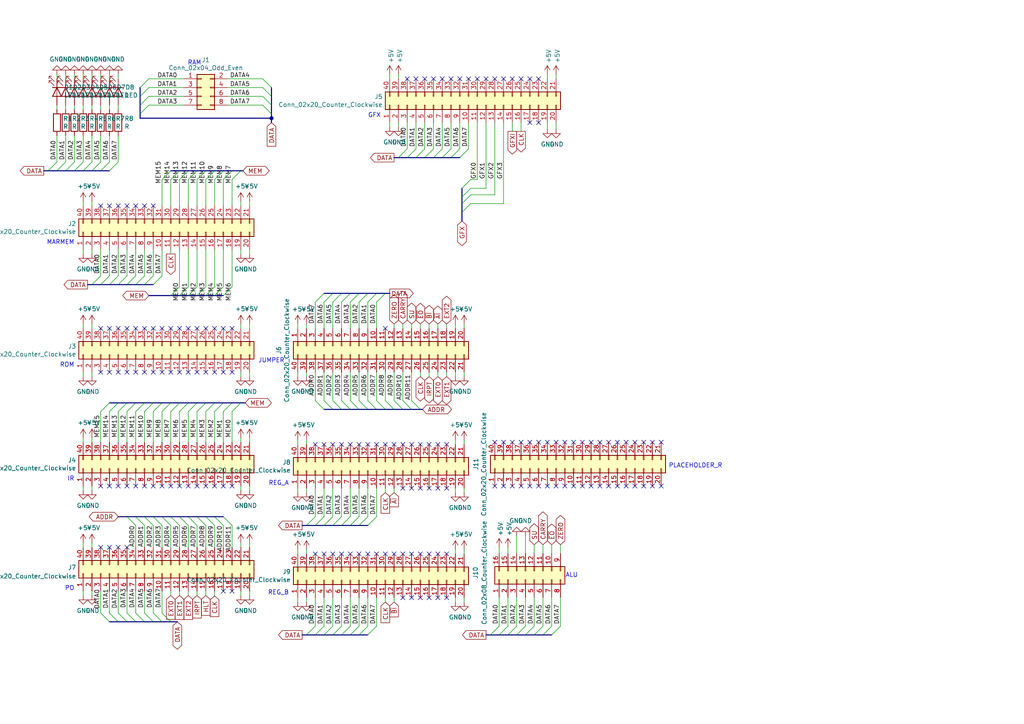
<source format=kicad_sch>
(kicad_sch (version 20201015) (generator eeschema)
  (paper "A4")
  (title_block (title "Data Bus") (rev "1.0") (company "Wilhelm-Maybach-Schule") (comment 1 "Kevin da Silva Fernandes"))
  (junction (at 78.74 34.29) (diameter 1.016))
  (no_connect (at 44.45 140.97))
  (no_connect (at 148.59 22.86))
  (no_connect (at 54.61 107.95))
  (no_connect (at 168.91 128.27))
  (no_connect (at 41.91 95.25))
  (no_connect (at 123.19 22.86))
  (no_connect (at 153.67 128.27))
  (no_connect (at 166.37 128.27))
  (no_connect (at 96.52 128.905))
  (no_connect (at 109.22 160.655))
  (no_connect (at 64.77 95.25))
  (no_connect (at 179.07 128.27))
  (no_connect (at 163.83 128.27))
  (no_connect (at 36.83 95.25))
  (no_connect (at 64.77 107.95))
  (no_connect (at 124.46 173.355))
  (no_connect (at 36.83 107.95))
  (no_connect (at 36.83 158.75))
  (no_connect (at 151.13 22.86))
  (no_connect (at 151.13 128.27))
  (no_connect (at 121.92 141.605))
  (no_connect (at 52.07 95.25))
  (no_connect (at 148.59 140.97))
  (no_connect (at 146.05 22.86))
  (no_connect (at 186.69 128.27))
  (no_connect (at 127 141.605))
  (no_connect (at 184.15 128.27))
  (no_connect (at 67.31 140.97))
  (no_connect (at 99.06 160.655))
  (no_connect (at 168.91 140.97))
  (no_connect (at 156.21 35.56))
  (no_connect (at 116.84 141.605))
  (no_connect (at 146.05 140.97))
  (no_connect (at 119.38 173.355))
  (no_connect (at 143.51 128.27))
  (no_connect (at 127 173.355))
  (no_connect (at 143.51 22.86))
  (no_connect (at 121.92 128.905))
  (no_connect (at 129.54 141.605))
  (no_connect (at 67.31 107.95))
  (no_connect (at 96.52 160.655))
  (no_connect (at 106.68 160.655))
  (no_connect (at 161.29 128.27))
  (no_connect (at 163.83 140.97))
  (no_connect (at 191.77 140.97))
  (no_connect (at 29.21 140.97))
  (no_connect (at 138.43 22.86))
  (no_connect (at 153.67 35.56))
  (no_connect (at 41.91 140.97))
  (no_connect (at 156.21 22.86))
  (no_connect (at 121.92 160.655))
  (no_connect (at 176.53 128.27))
  (no_connect (at 140.97 22.86))
  (no_connect (at 34.29 158.75))
  (no_connect (at 104.14 160.655))
  (no_connect (at 129.54 173.355))
  (no_connect (at 176.53 140.97))
  (no_connect (at 111.76 128.905))
  (no_connect (at 46.99 95.25))
  (no_connect (at 34.29 107.95))
  (no_connect (at 129.54 160.655))
  (no_connect (at 191.77 128.27))
  (no_connect (at 57.15 95.25))
  (no_connect (at 166.37 140.97))
  (no_connect (at 62.23 95.25))
  (no_connect (at 124.46 160.655))
  (no_connect (at 161.29 140.97))
  (no_connect (at 59.69 140.97))
  (no_connect (at 49.53 140.97))
  (no_connect (at 67.31 95.25))
  (no_connect (at 64.77 171.45))
  (no_connect (at 34.29 59.69))
  (no_connect (at 49.53 95.25))
  (no_connect (at 171.45 140.97))
  (no_connect (at 173.99 128.27))
  (no_connect (at 41.91 107.95))
  (no_connect (at 124.46 128.905))
  (no_connect (at 116.84 160.655))
  (no_connect (at 181.61 128.27))
  (no_connect (at 57.15 107.95))
  (no_connect (at 119.38 141.605))
  (no_connect (at 158.75 128.27))
  (no_connect (at 93.98 128.905))
  (no_connect (at 119.38 160.655))
  (no_connect (at 34.29 95.25))
  (no_connect (at 111.76 95.25))
  (no_connect (at 54.61 140.97))
  (no_connect (at 91.44 160.655))
  (no_connect (at 39.37 107.95))
  (no_connect (at 59.69 95.25))
  (no_connect (at 34.29 140.97))
  (no_connect (at 36.83 140.97))
  (no_connect (at 116.84 173.355))
  (no_connect (at 91.44 128.905))
  (no_connect (at 101.6 160.655))
  (no_connect (at 184.15 140.97))
  (no_connect (at 52.07 107.95))
  (no_connect (at 44.45 107.95))
  (no_connect (at 114.3 128.905))
  (no_connect (at 54.61 95.25))
  (no_connect (at 64.77 140.97))
  (no_connect (at 120.65 22.86))
  (no_connect (at 44.45 59.69))
  (no_connect (at 114.3 160.655))
  (no_connect (at 41.91 59.69))
  (no_connect (at 171.45 128.27))
  (no_connect (at 62.23 140.97))
  (no_connect (at 59.69 107.95))
  (no_connect (at 46.99 140.97))
  (no_connect (at 116.84 128.905))
  (no_connect (at 106.68 128.905))
  (no_connect (at 151.13 140.97))
  (no_connect (at 156.21 128.27))
  (no_connect (at 31.75 59.69))
  (no_connect (at 127 160.655))
  (no_connect (at 128.27 22.86))
  (no_connect (at 29.21 158.75))
  (no_connect (at 118.11 22.86))
  (no_connect (at 49.53 107.95))
  (no_connect (at 52.07 140.97))
  (no_connect (at 124.46 141.605))
  (no_connect (at 99.06 128.905))
  (no_connect (at 143.51 140.97))
  (no_connect (at 146.05 128.27))
  (no_connect (at 125.73 22.86))
  (no_connect (at 121.92 173.355))
  (no_connect (at 31.75 158.75))
  (no_connect (at 130.81 22.86))
  (no_connect (at 186.69 140.97))
  (no_connect (at 44.45 95.25))
  (no_connect (at 62.23 107.95))
  (no_connect (at 46.99 107.95))
  (no_connect (at 119.38 128.905))
  (no_connect (at 29.21 95.25))
  (no_connect (at 189.23 128.27))
  (no_connect (at 148.59 128.27))
  (no_connect (at 189.23 140.97))
  (no_connect (at 135.89 22.86))
  (no_connect (at 93.98 160.655))
  (no_connect (at 181.61 140.97))
  (no_connect (at 109.22 128.905))
  (no_connect (at 179.07 140.97))
  (no_connect (at 101.6 128.905))
  (no_connect (at 31.75 95.25))
  (no_connect (at 31.75 140.97))
  (no_connect (at 158.75 140.97))
  (no_connect (at 111.76 160.655))
  (no_connect (at 173.99 140.97))
  (no_connect (at 39.37 59.69))
  (no_connect (at 57.15 140.97))
  (no_connect (at 127 128.905))
  (no_connect (at 29.21 59.69))
  (no_connect (at 153.67 140.97))
  (no_connect (at 31.75 107.95))
  (no_connect (at 39.37 140.97))
  (no_connect (at 36.83 59.69))
  (no_connect (at 104.14 128.905))
  (no_connect (at 39.37 95.25))
  (no_connect (at 67.31 171.45))
  (no_connect (at 153.67 22.86))
  (no_connect (at 156.21 140.97))
  (no_connect (at 133.35 22.86))
  (no_connect (at 129.54 128.905))
  (no_connect (at 29.21 107.95))
  (bus_entry (at 16.51 46.99) (size -2.54 2.54) (stroke (width 0.1524)))
  (bus_entry (at 19.05 46.99) (size -2.54 2.54) (stroke (width 0.1524)))
  (bus_entry (at 21.59 46.99) (size -2.54 2.54) (stroke (width 0.1524)))
  (bus_entry (at 24.13 46.99) (size -2.54 2.54) (stroke (width 0.1524)))
  (bus_entry (at 26.67 46.99) (size -2.54 2.54) (stroke (width 0.1524)))
  (bus_entry (at 29.21 46.99) (size -2.54 2.54) (stroke (width 0.1524)))
  (bus_entry (at 29.21 80.01) (size -2.54 2.54) (stroke (width 0.1524)))
  (bus_entry (at 29.21 177.8) (size 2.54 2.54) (stroke (width 0.1524)))
  (bus_entry (at 31.75 46.99) (size -2.54 2.54) (stroke (width 0.1524)))
  (bus_entry (at 31.75 80.01) (size -2.54 2.54) (stroke (width 0.1524)))
  (bus_entry (at 31.75 116.84) (size -2.54 2.54) (stroke (width 0.1524)))
  (bus_entry (at 31.75 177.8) (size 2.54 2.54) (stroke (width 0.1524)))
  (bus_entry (at 34.29 46.99) (size -2.54 2.54) (stroke (width 0.1524)))
  (bus_entry (at 34.29 80.01) (size -2.54 2.54) (stroke (width 0.1524)))
  (bus_entry (at 34.29 116.84) (size -2.54 2.54) (stroke (width 0.1524)))
  (bus_entry (at 34.29 177.8) (size 2.54 2.54) (stroke (width 0.1524)))
  (bus_entry (at 36.83 80.01) (size -2.54 2.54) (stroke (width 0.1524)))
  (bus_entry (at 36.83 116.84) (size -2.54 2.54) (stroke (width 0.1524)))
  (bus_entry (at 36.83 177.8) (size 2.54 2.54) (stroke (width 0.1524)))
  (bus_entry (at 39.37 80.01) (size -2.54 2.54) (stroke (width 0.1524)))
  (bus_entry (at 39.37 116.84) (size -2.54 2.54) (stroke (width 0.1524)))
  (bus_entry (at 39.37 152.4) (size -2.54 -2.54) (stroke (width 0.1524)))
  (bus_entry (at 39.37 177.8) (size 2.54 2.54) (stroke (width 0.1524)))
  (bus_entry (at 40.64 25.4) (size 2.54 -2.54) (stroke (width 0.1524)))
  (bus_entry (at 40.64 27.94) (size 2.54 -2.54) (stroke (width 0.1524)))
  (bus_entry (at 40.64 30.48) (size 2.54 -2.54) (stroke (width 0.1524)))
  (bus_entry (at 40.64 33.02) (size 2.54 -2.54) (stroke (width 0.1524)))
  (bus_entry (at 41.91 80.01) (size -2.54 2.54) (stroke (width 0.1524)))
  (bus_entry (at 41.91 116.84) (size -2.54 2.54) (stroke (width 0.1524)))
  (bus_entry (at 41.91 152.4) (size -2.54 -2.54) (stroke (width 0.1524)))
  (bus_entry (at 41.91 177.8) (size 2.54 2.54) (stroke (width 0.1524)))
  (bus_entry (at 44.45 80.01) (size -2.54 2.54) (stroke (width 0.1524)))
  (bus_entry (at 44.45 116.84) (size -2.54 2.54) (stroke (width 0.1524)))
  (bus_entry (at 44.45 152.4) (size -2.54 -2.54) (stroke (width 0.1524)))
  (bus_entry (at 44.45 177.8) (size 2.54 2.54) (stroke (width 0.1524)))
  (bus_entry (at 46.99 52.07) (size 2.54 -2.54) (stroke (width 0.1524)))
  (bus_entry (at 46.99 80.01) (size -2.54 2.54) (stroke (width 0.1524)))
  (bus_entry (at 46.99 116.84) (size -2.54 2.54) (stroke (width 0.1524)))
  (bus_entry (at 46.99 152.4) (size -2.54 -2.54) (stroke (width 0.1524)))
  (bus_entry (at 46.99 177.8) (size 2.54 2.54) (stroke (width 0.1524)))
  (bus_entry (at 49.53 52.07) (size 2.54 -2.54) (stroke (width 0.1524)))
  (bus_entry (at 49.53 116.84) (size -2.54 2.54) (stroke (width 0.1524)))
  (bus_entry (at 49.53 152.4) (size -2.54 -2.54) (stroke (width 0.1524)))
  (bus_entry (at 52.07 52.07) (size 2.54 -2.54) (stroke (width 0.1524)))
  (bus_entry (at 52.07 83.185) (size -2.54 2.54) (stroke (width 0.1524)))
  (bus_entry (at 52.07 116.84) (size -2.54 2.54) (stroke (width 0.1524)))
  (bus_entry (at 52.07 152.4) (size -2.54 -2.54) (stroke (width 0.1524)))
  (bus_entry (at 54.61 52.07) (size 2.54 -2.54) (stroke (width 0.1524)))
  (bus_entry (at 54.61 83.185) (size -2.54 2.54) (stroke (width 0.1524)))
  (bus_entry (at 54.61 116.84) (size -2.54 2.54) (stroke (width 0.1524)))
  (bus_entry (at 54.61 152.4) (size -2.54 -2.54) (stroke (width 0.1524)))
  (bus_entry (at 57.15 52.07) (size 2.54 -2.54) (stroke (width 0.1524)))
  (bus_entry (at 57.15 83.185) (size -2.54 2.54) (stroke (width 0.1524)))
  (bus_entry (at 57.15 116.84) (size -2.54 2.54) (stroke (width 0.1524)))
  (bus_entry (at 57.15 152.4) (size -2.54 -2.54) (stroke (width 0.1524)))
  (bus_entry (at 59.69 52.07) (size 2.54 -2.54) (stroke (width 0.1524)))
  (bus_entry (at 59.69 83.185) (size -2.54 2.54) (stroke (width 0.1524)))
  (bus_entry (at 59.69 116.84) (size -2.54 2.54) (stroke (width 0.1524)))
  (bus_entry (at 59.69 152.4) (size -2.54 -2.54) (stroke (width 0.1524)))
  (bus_entry (at 62.23 52.07) (size 2.54 -2.54) (stroke (width 0.1524)))
  (bus_entry (at 62.23 83.185) (size -2.54 2.54) (stroke (width 0.1524)))
  (bus_entry (at 62.23 116.84) (size -2.54 2.54) (stroke (width 0.1524)))
  (bus_entry (at 62.23 152.4) (size -2.54 -2.54) (stroke (width 0.1524)))
  (bus_entry (at 64.77 52.07) (size 2.54 -2.54) (stroke (width 0.1524)))
  (bus_entry (at 64.77 83.185) (size -2.54 2.54) (stroke (width 0.1524)))
  (bus_entry (at 64.77 116.84) (size -2.54 2.54) (stroke (width 0.1524)))
  (bus_entry (at 64.77 152.4) (size -2.54 -2.54) (stroke (width 0.1524)))
  (bus_entry (at 67.31 52.07) (size 2.54 -2.54) (stroke (width 0.1524)))
  (bus_entry (at 67.31 83.185) (size -2.54 2.54) (stroke (width 0.1524)))
  (bus_entry (at 67.31 116.84) (size -2.54 2.54) (stroke (width 0.1524)))
  (bus_entry (at 67.31 152.4) (size -2.54 -2.54) (stroke (width 0.1524)))
  (bus_entry (at 69.85 116.84) (size -2.54 2.54) (stroke (width 0.1524)))
  (bus_entry (at 76.2 22.86) (size 2.54 2.54) (stroke (width 0.1524)))
  (bus_entry (at 76.2 25.4) (size 2.54 2.54) (stroke (width 0.1524)))
  (bus_entry (at 76.2 27.94) (size 2.54 2.54) (stroke (width 0.1524)))
  (bus_entry (at 76.2 30.48) (size 2.54 2.54) (stroke (width 0.1524)))
  (bus_entry (at 91.44 116.205) (size 2.54 2.54) (stroke (width 0.1524)))
  (bus_entry (at 91.44 149.86) (size -2.54 2.54) (stroke (width 0.1524)))
  (bus_entry (at 91.44 181.61) (size -2.54 2.54) (stroke (width 0.1524)))
  (bus_entry (at 93.98 85.09) (size -2.54 2.54) (stroke (width 0.1524)))
  (bus_entry (at 93.98 116.205) (size 2.54 2.54) (stroke (width 0.1524)))
  (bus_entry (at 93.98 149.86) (size -2.54 2.54) (stroke (width 0.1524)))
  (bus_entry (at 93.98 181.61) (size -2.54 2.54) (stroke (width 0.1524)))
  (bus_entry (at 96.52 85.09) (size -2.54 2.54) (stroke (width 0.1524)))
  (bus_entry (at 96.52 116.205) (size 2.54 2.54) (stroke (width 0.1524)))
  (bus_entry (at 96.52 149.86) (size -2.54 2.54) (stroke (width 0.1524)))
  (bus_entry (at 96.52 181.61) (size -2.54 2.54) (stroke (width 0.1524)))
  (bus_entry (at 99.06 85.09) (size -2.54 2.54) (stroke (width 0.1524)))
  (bus_entry (at 99.06 116.205) (size 2.54 2.54) (stroke (width 0.1524)))
  (bus_entry (at 99.06 149.86) (size -2.54 2.54) (stroke (width 0.1524)))
  (bus_entry (at 99.06 181.61) (size -2.54 2.54) (stroke (width 0.1524)))
  (bus_entry (at 101.6 85.09) (size -2.54 2.54) (stroke (width 0.1524)))
  (bus_entry (at 101.6 116.205) (size 2.54 2.54) (stroke (width 0.1524)))
  (bus_entry (at 101.6 149.86) (size -2.54 2.54) (stroke (width 0.1524)))
  (bus_entry (at 101.6 181.61) (size -2.54 2.54) (stroke (width 0.1524)))
  (bus_entry (at 104.14 85.09) (size -2.54 2.54) (stroke (width 0.1524)))
  (bus_entry (at 104.14 116.205) (size 2.54 2.54) (stroke (width 0.1524)))
  (bus_entry (at 104.14 149.86) (size -2.54 2.54) (stroke (width 0.1524)))
  (bus_entry (at 104.14 181.61) (size -2.54 2.54) (stroke (width 0.1524)))
  (bus_entry (at 106.68 85.09) (size -2.54 2.54) (stroke (width 0.1524)))
  (bus_entry (at 106.68 116.205) (size 2.54 2.54) (stroke (width 0.1524)))
  (bus_entry (at 106.68 149.86) (size -2.54 2.54) (stroke (width 0.1524)))
  (bus_entry (at 106.68 181.61) (size -2.54 2.54) (stroke (width 0.1524)))
  (bus_entry (at 109.22 85.09) (size -2.54 2.54) (stroke (width 0.1524)))
  (bus_entry (at 109.22 116.205) (size 2.54 2.54) (stroke (width 0.1524)))
  (bus_entry (at 109.22 149.86) (size -2.54 2.54) (stroke (width 0.1524)))
  (bus_entry (at 109.22 181.61) (size -2.54 2.54) (stroke (width 0.1524)))
  (bus_entry (at 111.76 85.09) (size -2.54 2.54) (stroke (width 0.1524)))
  (bus_entry (at 111.76 116.205) (size 2.54 2.54) (stroke (width 0.1524)))
  (bus_entry (at 114.3 116.205) (size 2.54 2.54) (stroke (width 0.1524)))
  (bus_entry (at 116.84 116.205) (size 2.54 2.54) (stroke (width 0.1524)))
  (bus_entry (at 118.11 43.18) (size -2.54 2.54) (stroke (width 0.1524)))
  (bus_entry (at 119.38 116.205) (size 2.54 2.54) (stroke (width 0.1524)))
  (bus_entry (at 120.65 43.18) (size -2.54 2.54) (stroke (width 0.1524)))
  (bus_entry (at 123.19 43.18) (size -2.54 2.54) (stroke (width 0.1524)))
  (bus_entry (at 125.73 43.18) (size -2.54 2.54) (stroke (width 0.1524)))
  (bus_entry (at 128.27 43.18) (size -2.54 2.54) (stroke (width 0.1524)))
  (bus_entry (at 130.81 43.18) (size -2.54 2.54) (stroke (width 0.1524)))
  (bus_entry (at 133.35 43.18) (size -2.54 2.54) (stroke (width 0.1524)))
  (bus_entry (at 133.985 54.61) (size 2.54 -2.54) (stroke (width 0.1524)))
  (bus_entry (at 133.985 57.15) (size 2.54 -2.54) (stroke (width 0.1524)))
  (bus_entry (at 133.985 59.055) (size 2.54 -2.54) (stroke (width 0.1524)))
  (bus_entry (at 133.985 61.595) (size 2.54 -2.54) (stroke (width 0.1524)))
  (bus_entry (at 135.89 43.18) (size -2.54 2.54) (stroke (width 0.1524)))
  (bus_entry (at 144.78 181.61) (size -2.54 2.54) (stroke (width 0.1524)))
  (bus_entry (at 147.32 181.61) (size -2.54 2.54) (stroke (width 0.1524)))
  (bus_entry (at 149.86 181.61) (size -2.54 2.54) (stroke (width 0.1524)))
  (bus_entry (at 152.4 181.61) (size -2.54 2.54) (stroke (width 0.1524)))
  (bus_entry (at 154.94 181.61) (size -2.54 2.54) (stroke (width 0.1524)))
  (bus_entry (at 157.48 181.61) (size -2.54 2.54) (stroke (width 0.1524)))
  (bus_entry (at 160.02 181.61) (size -2.54 2.54) (stroke (width 0.1524)))
  (bus_entry (at 162.56 181.61) (size -2.54 2.54) (stroke (width 0.1524)))
  (wire (pts (xy 16.51 22.86) (xy 16.51 21.59)))
  (wire (pts (xy 16.51 30.48) (xy 16.51 31.75)))
  (wire (pts (xy 16.51 39.37) (xy 16.51 46.99)))
  (wire (pts (xy 19.05 22.86) (xy 19.05 21.59)))
  (wire (pts (xy 19.05 30.48) (xy 19.05 31.75)))
  (wire (pts (xy 19.05 39.37) (xy 19.05 46.99)))
  (wire (pts (xy 21.59 22.86) (xy 21.59 21.59)))
  (wire (pts (xy 21.59 30.48) (xy 21.59 31.75)))
  (wire (pts (xy 21.59 39.37) (xy 21.59 46.99)))
  (wire (pts (xy 24.13 22.86) (xy 24.13 21.59)))
  (wire (pts (xy 24.13 30.48) (xy 24.13 31.75)))
  (wire (pts (xy 24.13 39.37) (xy 24.13 46.99)))
  (wire (pts (xy 24.13 58.42) (xy 24.13 59.69)))
  (wire (pts (xy 24.13 72.39) (xy 24.13 73.66)))
  (wire (pts (xy 24.13 93.98) (xy 24.13 95.25)))
  (wire (pts (xy 24.13 107.95) (xy 24.13 109.22)))
  (wire (pts (xy 24.13 127) (xy 24.13 128.27)))
  (wire (pts (xy 24.13 140.97) (xy 24.13 142.24)))
  (wire (pts (xy 24.13 157.48) (xy 24.13 158.75)))
  (wire (pts (xy 24.13 171.45) (xy 24.13 172.72)))
  (wire (pts (xy 26.67 22.86) (xy 26.67 21.59)))
  (wire (pts (xy 26.67 30.48) (xy 26.67 31.75)))
  (wire (pts (xy 26.67 39.37) (xy 26.67 46.99)))
  (wire (pts (xy 26.67 58.42) (xy 26.67 59.69)))
  (wire (pts (xy 26.67 72.39) (xy 26.67 73.66)))
  (wire (pts (xy 26.67 93.98) (xy 26.67 95.25)))
  (wire (pts (xy 26.67 107.95) (xy 26.67 109.22)))
  (wire (pts (xy 26.67 127) (xy 26.67 128.27)))
  (wire (pts (xy 26.67 140.97) (xy 26.67 142.24)))
  (wire (pts (xy 26.67 157.48) (xy 26.67 158.75)))
  (wire (pts (xy 26.67 171.45) (xy 26.67 172.72)))
  (wire (pts (xy 29.21 22.86) (xy 29.21 21.59)))
  (wire (pts (xy 29.21 30.48) (xy 29.21 31.75)))
  (wire (pts (xy 29.21 39.37) (xy 29.21 46.99)))
  (wire (pts (xy 29.21 72.39) (xy 29.21 80.01)))
  (wire (pts (xy 29.21 128.27) (xy 29.21 119.38)))
  (wire (pts (xy 29.21 171.45) (xy 29.21 177.8)))
  (wire (pts (xy 31.75 22.86) (xy 31.75 21.59)))
  (wire (pts (xy 31.75 30.48) (xy 31.75 31.75)))
  (wire (pts (xy 31.75 39.37) (xy 31.75 46.99)))
  (wire (pts (xy 31.75 72.39) (xy 31.75 80.01)))
  (wire (pts (xy 31.75 128.27) (xy 31.75 119.38)))
  (wire (pts (xy 31.75 171.45) (xy 31.75 177.8)))
  (wire (pts (xy 34.29 22.86) (xy 34.29 21.59)))
  (wire (pts (xy 34.29 30.48) (xy 34.29 31.75)))
  (wire (pts (xy 34.29 39.37) (xy 34.29 46.99)))
  (wire (pts (xy 34.29 72.39) (xy 34.29 80.01)))
  (wire (pts (xy 34.29 128.27) (xy 34.29 119.38)))
  (wire (pts (xy 34.29 171.45) (xy 34.29 177.8)))
  (wire (pts (xy 36.83 72.39) (xy 36.83 80.01)))
  (wire (pts (xy 36.83 128.27) (xy 36.83 119.38)))
  (wire (pts (xy 36.83 171.45) (xy 36.83 177.8)))
  (wire (pts (xy 39.37 72.39) (xy 39.37 80.01)))
  (wire (pts (xy 39.37 128.27) (xy 39.37 119.38)))
  (wire (pts (xy 39.37 158.75) (xy 39.37 152.4)))
  (wire (pts (xy 39.37 171.45) (xy 39.37 177.8)))
  (wire (pts (xy 41.91 72.39) (xy 41.91 80.01)))
  (wire (pts (xy 41.91 128.27) (xy 41.91 119.38)))
  (wire (pts (xy 41.91 158.75) (xy 41.91 152.4)))
  (wire (pts (xy 41.91 171.45) (xy 41.91 177.8)))
  (wire (pts (xy 43.18 22.86) (xy 53.34 22.86)))
  (wire (pts (xy 43.18 25.4) (xy 53.34 25.4)))
  (wire (pts (xy 43.18 27.94) (xy 53.34 27.94)))
  (wire (pts (xy 43.18 30.48) (xy 53.34 30.48)))
  (wire (pts (xy 44.45 72.39) (xy 44.45 80.01)))
  (wire (pts (xy 44.45 128.27) (xy 44.45 119.38)))
  (wire (pts (xy 44.45 158.75) (xy 44.45 152.4)))
  (wire (pts (xy 44.45 171.45) (xy 44.45 177.8)))
  (wire (pts (xy 46.99 59.69) (xy 46.99 52.07)))
  (wire (pts (xy 46.99 72.39) (xy 46.99 80.01)))
  (wire (pts (xy 46.99 128.27) (xy 46.99 119.38)))
  (wire (pts (xy 46.99 158.75) (xy 46.99 152.4)))
  (wire (pts (xy 46.99 171.45) (xy 46.99 177.8)))
  (wire (pts (xy 49.53 59.69) (xy 49.53 52.07)))
  (wire (pts (xy 49.53 72.39) (xy 49.53 73.66)))
  (wire (pts (xy 49.53 128.27) (xy 49.53 119.38)))
  (wire (pts (xy 49.53 158.75) (xy 49.53 152.4)))
  (wire (pts (xy 49.53 171.45) (xy 49.53 172.72)))
  (wire (pts (xy 52.07 59.69) (xy 52.07 52.07)))
  (wire (pts (xy 52.07 72.39) (xy 52.07 83.185)))
  (wire (pts (xy 52.07 128.27) (xy 52.07 119.38)))
  (wire (pts (xy 52.07 158.75) (xy 52.07 152.4)))
  (wire (pts (xy 52.07 171.45) (xy 52.07 172.72)))
  (wire (pts (xy 54.61 59.69) (xy 54.61 52.07)))
  (wire (pts (xy 54.61 72.39) (xy 54.61 83.185)))
  (wire (pts (xy 54.61 128.27) (xy 54.61 119.38)))
  (wire (pts (xy 54.61 158.75) (xy 54.61 152.4)))
  (wire (pts (xy 54.61 171.45) (xy 54.61 172.72)))
  (wire (pts (xy 57.15 59.69) (xy 57.15 52.07)))
  (wire (pts (xy 57.15 72.39) (xy 57.15 83.185)))
  (wire (pts (xy 57.15 128.27) (xy 57.15 119.38)))
  (wire (pts (xy 57.15 158.75) (xy 57.15 152.4)))
  (wire (pts (xy 57.15 171.45) (xy 57.15 172.72)))
  (wire (pts (xy 59.69 59.69) (xy 59.69 52.07)))
  (wire (pts (xy 59.69 72.39) (xy 59.69 83.185)))
  (wire (pts (xy 59.69 128.27) (xy 59.69 119.38)))
  (wire (pts (xy 59.69 158.75) (xy 59.69 152.4)))
  (wire (pts (xy 59.69 171.45) (xy 59.69 172.72)))
  (wire (pts (xy 62.23 59.69) (xy 62.23 52.07)))
  (wire (pts (xy 62.23 72.39) (xy 62.23 83.185)))
  (wire (pts (xy 62.23 128.27) (xy 62.23 119.38)))
  (wire (pts (xy 62.23 158.75) (xy 62.23 152.4)))
  (wire (pts (xy 62.23 171.45) (xy 62.23 172.847)))
  (wire (pts (xy 64.77 59.69) (xy 64.77 52.07)))
  (wire (pts (xy 64.77 72.39) (xy 64.77 83.185)))
  (wire (pts (xy 64.77 128.27) (xy 64.77 119.38)))
  (wire (pts (xy 64.77 158.75) (xy 64.77 152.4)))
  (wire (pts (xy 66.04 22.86) (xy 76.2 22.86)))
  (wire (pts (xy 66.04 25.4) (xy 76.2 25.4)))
  (wire (pts (xy 66.04 27.94) (xy 76.2 27.94)))
  (wire (pts (xy 66.04 30.48) (xy 76.2 30.48)))
  (wire (pts (xy 67.31 59.69) (xy 67.31 52.07)))
  (wire (pts (xy 67.31 72.39) (xy 67.31 83.185)))
  (wire (pts (xy 67.31 128.27) (xy 67.31 119.38)))
  (wire (pts (xy 67.31 158.75) (xy 67.31 152.4)))
  (wire (pts (xy 69.85 58.42) (xy 69.85 59.69)))
  (wire (pts (xy 69.85 72.39) (xy 69.85 73.66)))
  (wire (pts (xy 69.85 93.98) (xy 69.85 95.25)))
  (wire (pts (xy 69.85 107.95) (xy 69.85 109.22)))
  (wire (pts (xy 69.85 127) (xy 69.85 128.27)))
  (wire (pts (xy 69.85 140.97) (xy 69.85 142.24)))
  (wire (pts (xy 69.85 157.48) (xy 69.85 158.75)))
  (wire (pts (xy 69.85 171.45) (xy 69.85 172.72)))
  (wire (pts (xy 72.39 58.42) (xy 72.39 59.69)))
  (wire (pts (xy 72.39 72.39) (xy 72.39 73.66)))
  (wire (pts (xy 72.39 93.98) (xy 72.39 95.25)))
  (wire (pts (xy 72.39 107.95) (xy 72.39 109.22)))
  (wire (pts (xy 72.39 127) (xy 72.39 128.27)))
  (wire (pts (xy 72.39 140.97) (xy 72.39 142.24)))
  (wire (pts (xy 72.39 157.48) (xy 72.39 158.75)))
  (wire (pts (xy 72.39 171.45) (xy 72.39 172.72)))
  (wire (pts (xy 86.36 93.98) (xy 86.36 95.25)))
  (wire (pts (xy 86.36 107.95) (xy 86.36 109.22)))
  (wire (pts (xy 86.36 127.635) (xy 86.36 128.905)))
  (wire (pts (xy 86.36 141.605) (xy 86.36 142.875)))
  (wire (pts (xy 86.36 159.385) (xy 86.36 160.655)))
  (wire (pts (xy 86.36 173.355) (xy 86.36 174.625)))
  (wire (pts (xy 88.9 93.98) (xy 88.9 95.25)))
  (wire (pts (xy 88.9 107.95) (xy 88.9 109.22)))
  (wire (pts (xy 88.9 127.635) (xy 88.9 128.905)))
  (wire (pts (xy 88.9 141.605) (xy 88.9 142.875)))
  (wire (pts (xy 88.9 159.385) (xy 88.9 160.655)))
  (wire (pts (xy 88.9 173.355) (xy 88.9 174.625)))
  (wire (pts (xy 91.44 95.25) (xy 91.44 87.63)))
  (wire (pts (xy 91.44 107.95) (xy 91.44 116.205)))
  (wire (pts (xy 91.44 141.605) (xy 91.44 149.86)))
  (wire (pts (xy 91.44 173.355) (xy 91.44 181.61)))
  (wire (pts (xy 93.98 87.63) (xy 93.98 95.25)))
  (wire (pts (xy 93.98 107.95) (xy 93.98 116.205)))
  (wire (pts (xy 93.98 141.605) (xy 93.98 149.86)))
  (wire (pts (xy 93.98 173.355) (xy 93.98 181.61)))
  (wire (pts (xy 96.52 87.63) (xy 96.52 95.25)))
  (wire (pts (xy 96.52 107.95) (xy 96.52 116.205)))
  (wire (pts (xy 96.52 141.605) (xy 96.52 149.86)))
  (wire (pts (xy 96.52 173.355) (xy 96.52 181.61)))
  (wire (pts (xy 99.06 95.25) (xy 99.06 87.63)))
  (wire (pts (xy 99.06 107.95) (xy 99.06 116.205)))
  (wire (pts (xy 99.06 141.605) (xy 99.06 149.86)))
  (wire (pts (xy 99.06 173.355) (xy 99.06 181.61)))
  (wire (pts (xy 101.6 87.63) (xy 101.6 95.25)))
  (wire (pts (xy 101.6 107.95) (xy 101.6 116.205)))
  (wire (pts (xy 101.6 141.605) (xy 101.6 149.86)))
  (wire (pts (xy 101.6 173.355) (xy 101.6 181.61)))
  (wire (pts (xy 104.14 95.25) (xy 104.14 87.63)))
  (wire (pts (xy 104.14 107.95) (xy 104.14 116.205)))
  (wire (pts (xy 104.14 141.605) (xy 104.14 149.86)))
  (wire (pts (xy 104.14 173.355) (xy 104.14 181.61)))
  (wire (pts (xy 106.68 87.63) (xy 106.68 95.25)))
  (wire (pts (xy 106.68 107.95) (xy 106.68 116.205)))
  (wire (pts (xy 106.68 141.605) (xy 106.68 149.86)))
  (wire (pts (xy 106.68 173.355) (xy 106.68 181.61)))
  (wire (pts (xy 109.22 95.25) (xy 109.22 87.63)))
  (wire (pts (xy 109.22 107.95) (xy 109.22 116.205)))
  (wire (pts (xy 109.22 141.605) (xy 109.22 149.86)))
  (wire (pts (xy 109.22 173.355) (xy 109.22 181.61)))
  (wire (pts (xy 111.76 107.95) (xy 111.76 116.205)))
  (wire (pts (xy 111.76 141.605) (xy 111.76 142.875)))
  (wire (pts (xy 111.76 173.355) (xy 111.76 174.625)))
  (wire (pts (xy 113.03 21.59) (xy 113.03 22.86)))
  (wire (pts (xy 113.03 35.56) (xy 113.03 36.83)))
  (wire (pts (xy 114.3 93.98) (xy 114.3 95.25)))
  (wire (pts (xy 114.3 107.95) (xy 114.3 116.205)))
  (wire (pts (xy 114.3 141.605) (xy 114.3 142.875)))
  (wire (pts (xy 114.3 173.355) (xy 114.3 174.625)))
  (wire (pts (xy 115.57 21.59) (xy 115.57 22.86)))
  (wire (pts (xy 115.57 35.56) (xy 115.57 36.83)))
  (wire (pts (xy 116.84 93.98) (xy 116.84 95.25)))
  (wire (pts (xy 116.84 107.95) (xy 116.84 116.205)))
  (wire (pts (xy 118.11 35.56) (xy 118.11 43.18)))
  (wire (pts (xy 119.38 93.98) (xy 119.38 95.25)))
  (wire (pts (xy 119.38 107.95) (xy 119.38 116.205)))
  (wire (pts (xy 120.65 35.56) (xy 120.65 43.18)))
  (wire (pts (xy 121.92 93.98) (xy 121.92 95.25)))
  (wire (pts (xy 121.92 107.95) (xy 121.92 109.22)))
  (wire (pts (xy 123.19 35.56) (xy 123.19 43.18)))
  (wire (pts (xy 124.46 93.98) (xy 124.46 95.25)))
  (wire (pts (xy 124.46 107.95) (xy 124.46 109.22)))
  (wire (pts (xy 125.73 35.56) (xy 125.73 43.18)))
  (wire (pts (xy 127 93.98) (xy 127 95.25)))
  (wire (pts (xy 127 107.95) (xy 127 109.22)))
  (wire (pts (xy 128.27 35.56) (xy 128.27 43.18)))
  (wire (pts (xy 129.54 93.98) (xy 129.54 95.25)))
  (wire (pts (xy 129.54 107.95) (xy 129.54 109.22)))
  (wire (pts (xy 130.81 35.56) (xy 130.81 43.18)))
  (wire (pts (xy 132.08 93.98) (xy 132.08 95.25)))
  (wire (pts (xy 132.08 107.95) (xy 132.08 109.22)))
  (wire (pts (xy 132.08 127.635) (xy 132.08 128.905)))
  (wire (pts (xy 132.08 141.605) (xy 132.08 142.875)))
  (wire (pts (xy 132.08 159.385) (xy 132.08 160.655)))
  (wire (pts (xy 132.08 173.355) (xy 132.08 174.625)))
  (wire (pts (xy 133.35 35.56) (xy 133.35 43.18)))
  (wire (pts (xy 134.62 93.98) (xy 134.62 95.25)))
  (wire (pts (xy 134.62 107.95) (xy 134.62 109.22)))
  (wire (pts (xy 134.62 127.635) (xy 134.62 128.905)))
  (wire (pts (xy 134.62 141.605) (xy 134.62 142.875)))
  (wire (pts (xy 134.62 159.385) (xy 134.62 160.655)))
  (wire (pts (xy 134.62 173.355) (xy 134.62 174.625)))
  (wire (pts (xy 135.89 35.56) (xy 135.89 43.18)))
  (wire (pts (xy 136.525 52.07) (xy 138.43 52.07)))
  (wire (pts (xy 136.525 54.61) (xy 140.97 54.61)))
  (wire (pts (xy 136.525 56.515) (xy 143.51 56.515)))
  (wire (pts (xy 136.525 59.055) (xy 146.05 59.055)))
  (wire (pts (xy 138.43 52.07) (xy 138.43 35.56)))
  (wire (pts (xy 140.97 35.56) (xy 140.97 54.61)))
  (wire (pts (xy 143.51 35.56) (xy 143.51 56.515)))
  (wire (pts (xy 144.78 158.75) (xy 144.78 160.528)))
  (wire (pts (xy 144.78 173.228) (xy 144.78 181.61)))
  (wire (pts (xy 146.05 35.56) (xy 146.05 59.055)))
  (wire (pts (xy 147.32 158.75) (xy 147.32 160.528)))
  (wire (pts (xy 147.32 173.228) (xy 147.32 181.61)))
  (wire (pts (xy 148.59 35.56) (xy 148.59 38.1)))
  (wire (pts (xy 149.86 155.448) (xy 149.86 160.528)))
  (wire (pts (xy 149.86 173.228) (xy 149.86 181.61)))
  (wire (pts (xy 151.13 35.56) (xy 151.13 38.1)))
  (wire (pts (xy 152.4 155.448) (xy 152.4 160.528)))
  (wire (pts (xy 152.4 173.228) (xy 152.4 181.61)))
  (wire (pts (xy 154.94 160.528) (xy 154.94 157.988)))
  (wire (pts (xy 154.94 173.228) (xy 154.94 181.61)))
  (wire (pts (xy 157.48 160.528) (xy 157.48 157.988)))
  (wire (pts (xy 157.48 173.228) (xy 157.48 181.61)))
  (wire (pts (xy 158.75 21.59) (xy 158.75 22.86)))
  (wire (pts (xy 158.75 35.56) (xy 158.75 37.465)))
  (wire (pts (xy 160.02 160.528) (xy 160.02 157.988)))
  (wire (pts (xy 160.02 173.228) (xy 160.02 181.61)))
  (wire (pts (xy 161.29 21.59) (xy 161.29 22.86)))
  (wire (pts (xy 161.29 35.56) (xy 161.29 37.465)))
  (wire (pts (xy 162.56 160.528) (xy 162.56 157.988)))
  (wire (pts (xy 162.56 173.228) (xy 162.56 181.61)))
  (bus (pts (xy 12.7 49.53) (xy 13.97 49.53)))
  (bus (pts (xy 13.97 49.53) (xy 16.51 49.53)))
  (bus (pts (xy 16.51 49.53) (xy 19.05 49.53)))
  (bus (pts (xy 19.05 49.53) (xy 21.59 49.53)))
  (bus (pts (xy 21.59 49.53) (xy 24.13 49.53)))
  (bus (pts (xy 24.13 49.53) (xy 26.67 49.53)))
  (bus (pts (xy 25.4 82.55) (xy 26.67 82.55)))
  (bus (pts (xy 26.67 49.53) (xy 29.21 49.53)))
  (bus (pts (xy 26.67 82.55) (xy 29.21 82.55)))
  (bus (pts (xy 29.21 49.53) (xy 31.75 49.53)))
  (bus (pts (xy 29.21 82.55) (xy 31.75 82.55)))
  (bus (pts (xy 31.75 82.55) (xy 34.29 82.55)))
  (bus (pts (xy 31.75 180.34) (xy 34.29 180.34)))
  (bus (pts (xy 34.29 82.55) (xy 36.83 82.55)))
  (bus (pts (xy 34.29 116.84) (xy 31.75 116.84)))
  (bus (pts (xy 34.29 149.86) (xy 36.83 149.86)))
  (bus (pts (xy 34.29 180.34) (xy 36.83 180.34)))
  (bus (pts (xy 36.83 82.55) (xy 39.37 82.55)))
  (bus (pts (xy 36.83 116.84) (xy 34.29 116.84)))
  (bus (pts (xy 36.83 149.86) (xy 39.37 149.86)))
  (bus (pts (xy 36.83 180.34) (xy 39.37 180.34)))
  (bus (pts (xy 39.37 82.55) (xy 41.91 82.55)))
  (bus (pts (xy 39.37 116.84) (xy 36.83 116.84)))
  (bus (pts (xy 39.37 149.86) (xy 41.91 149.86)))
  (bus (pts (xy 39.37 180.34) (xy 41.91 180.34)))
  (bus (pts (xy 40.64 25.4) (xy 40.64 27.94)))
  (bus (pts (xy 40.64 27.94) (xy 40.64 30.48)))
  (bus (pts (xy 40.64 30.48) (xy 40.64 33.02)))
  (bus (pts (xy 40.64 33.02) (xy 40.64 34.29)))
  (bus (pts (xy 40.64 34.29) (xy 78.74 34.29)))
  (bus (pts (xy 41.91 82.55) (xy 44.45 82.55)))
  (bus (pts (xy 41.91 116.84) (xy 39.37 116.84)))
  (bus (pts (xy 41.91 149.86) (xy 44.45 149.86)))
  (bus (pts (xy 41.91 180.34) (xy 44.45 180.34)))
  (bus (pts (xy 43.18 85.725) (xy 49.53 85.725)))
  (bus (pts (xy 44.45 116.84) (xy 41.91 116.84)))
  (bus (pts (xy 44.45 149.86) (xy 46.99 149.86)))
  (bus (pts (xy 44.45 180.34) (xy 46.99 180.34)))
  (bus (pts (xy 46.99 116.84) (xy 44.45 116.84)))
  (bus (pts (xy 46.99 149.86) (xy 49.53 149.86)))
  (bus (pts (xy 46.99 180.34) (xy 49.53 180.34)))
  (bus (pts (xy 49.53 85.725) (xy 52.07 85.725)))
  (bus (pts (xy 49.53 116.84) (xy 46.99 116.84)))
  (bus (pts (xy 49.53 149.86) (xy 52.07 149.86)))
  (bus (pts (xy 49.53 180.34) (xy 51.435 180.34)))
  (bus (pts (xy 52.07 49.53) (xy 49.53 49.53)))
  (bus (pts (xy 52.07 49.53) (xy 54.61 49.53)))
  (bus (pts (xy 52.07 85.725) (xy 54.61 85.725)))
  (bus (pts (xy 52.07 116.84) (xy 49.53 116.84)))
  (bus (pts (xy 52.07 149.86) (xy 54.61 149.86)))
  (bus (pts (xy 54.61 49.53) (xy 57.15 49.53)))
  (bus (pts (xy 54.61 85.725) (xy 57.15 85.725)))
  (bus (pts (xy 54.61 116.84) (xy 52.07 116.84)))
  (bus (pts (xy 54.61 149.86) (xy 57.15 149.86)))
  (bus (pts (xy 57.15 85.725) (xy 59.69 85.725)))
  (bus (pts (xy 57.15 116.84) (xy 54.61 116.84)))
  (bus (pts (xy 57.15 149.86) (xy 59.69 149.86)))
  (bus (pts (xy 59.69 49.53) (xy 57.15 49.53)))
  (bus (pts (xy 59.69 49.53) (xy 62.23 49.53)))
  (bus (pts (xy 59.69 85.725) (xy 62.23 85.725)))
  (bus (pts (xy 59.69 116.84) (xy 57.15 116.84)))
  (bus (pts (xy 59.69 149.86) (xy 62.23 149.86)))
  (bus (pts (xy 62.23 49.53) (xy 64.77 49.53)))
  (bus (pts (xy 62.23 85.725) (xy 64.77 85.725)))
  (bus (pts (xy 62.23 116.84) (xy 59.69 116.84)))
  (bus (pts (xy 62.23 149.86) (xy 64.77 149.86)))
  (bus (pts (xy 64.77 49.53) (xy 67.31 49.53)))
  (bus (pts (xy 64.77 116.84) (xy 62.23 116.84)))
  (bus (pts (xy 67.31 49.53) (xy 69.85 49.53)))
  (bus (pts (xy 67.31 116.84) (xy 64.77 116.84)))
  (bus (pts (xy 69.85 49.53) (xy 70.485 49.53)))
  (bus (pts (xy 69.85 116.84) (xy 67.31 116.84)))
  (bus (pts (xy 71.12 116.84) (xy 69.85 116.84)))
  (bus (pts (xy 78.74 25.4) (xy 78.74 27.94)))
  (bus (pts (xy 78.74 27.94) (xy 78.74 30.48)))
  (bus (pts (xy 78.74 30.48) (xy 78.74 33.02)))
  (bus (pts (xy 78.74 33.02) (xy 78.74 34.29)))
  (bus (pts (xy 78.74 34.29) (xy 78.74 35.56)))
  (bus (pts (xy 87.63 152.4) (xy 88.9 152.4)))
  (bus (pts (xy 87.63 184.15) (xy 88.9 184.15)))
  (bus (pts (xy 88.9 152.4) (xy 91.44 152.4)))
  (bus (pts (xy 88.9 184.15) (xy 91.44 184.15)))
  (bus (pts (xy 91.44 152.4) (xy 93.98 152.4)))
  (bus (pts (xy 91.44 184.15) (xy 93.98 184.15)))
  (bus (pts (xy 93.98 85.09) (xy 96.52 85.09)))
  (bus (pts (xy 93.98 118.745) (xy 96.52 118.745)))
  (bus (pts (xy 93.98 152.4) (xy 96.52 152.4)))
  (bus (pts (xy 93.98 184.15) (xy 96.52 184.15)))
  (bus (pts (xy 96.52 85.09) (xy 99.06 85.09)))
  (bus (pts (xy 96.52 118.745) (xy 99.06 118.745)))
  (bus (pts (xy 96.52 152.4) (xy 99.06 152.4)))
  (bus (pts (xy 96.52 184.15) (xy 99.06 184.15)))
  (bus (pts (xy 99.06 85.09) (xy 101.6 85.09)))
  (bus (pts (xy 99.06 118.745) (xy 101.6 118.745)))
  (bus (pts (xy 99.06 152.4) (xy 101.6 152.4)))
  (bus (pts (xy 99.06 184.15) (xy 101.6 184.15)))
  (bus (pts (xy 101.6 85.09) (xy 104.14 85.09)))
  (bus (pts (xy 101.6 118.745) (xy 104.14 118.745)))
  (bus (pts (xy 101.6 152.4) (xy 104.14 152.4)))
  (bus (pts (xy 101.6 184.15) (xy 104.14 184.15)))
  (bus (pts (xy 104.14 85.09) (xy 106.68 85.09)))
  (bus (pts (xy 104.14 118.745) (xy 106.68 118.745)))
  (bus (pts (xy 104.14 152.4) (xy 106.68 152.4)))
  (bus (pts (xy 104.14 184.15) (xy 106.68 184.15)))
  (bus (pts (xy 106.68 85.09) (xy 109.22 85.09)))
  (bus (pts (xy 106.68 118.745) (xy 109.22 118.745)))
  (bus (pts (xy 109.22 85.09) (xy 111.76 85.09)))
  (bus (pts (xy 109.22 118.745) (xy 111.76 118.745)))
  (bus (pts (xy 111.76 85.09) (xy 113.03 85.09)))
  (bus (pts (xy 111.76 118.745) (xy 114.3 118.745)))
  (bus (pts (xy 114.3 45.72) (xy 115.57 45.72)))
  (bus (pts (xy 114.3 118.745) (xy 116.84 118.745)))
  (bus (pts (xy 115.57 45.72) (xy 118.11 45.72)))
  (bus (pts (xy 116.84 118.745) (xy 119.38 118.745)))
  (bus (pts (xy 118.11 45.72) (xy 120.65 45.72)))
  (bus (pts (xy 119.38 118.745) (xy 121.92 118.745)))
  (bus (pts (xy 120.65 45.72) (xy 123.19 45.72)))
  (bus (pts (xy 121.92 118.745) (xy 122.555 118.745)))
  (bus (pts (xy 123.19 45.72) (xy 125.73 45.72)))
  (bus (pts (xy 125.73 45.72) (xy 128.27 45.72)))
  (bus (pts (xy 128.27 45.72) (xy 130.81 45.72)))
  (bus (pts (xy 130.81 45.72) (xy 133.35 45.72)))
  (bus (pts (xy 133.985 54.61) (xy 133.985 57.15)))
  (bus (pts (xy 133.985 57.15) (xy 133.985 59.055)))
  (bus (pts (xy 133.985 59.055) (xy 133.985 61.595)))
  (bus (pts (xy 133.985 61.595) (xy 133.985 64.135)))
  (bus (pts (xy 140.97 184.15) (xy 142.24 184.15)))
  (bus (pts (xy 142.24 184.15) (xy 144.78 184.15)))
  (bus (pts (xy 144.78 184.15) (xy 147.32 184.15)))
  (bus (pts (xy 147.32 184.15) (xy 149.86 184.15)))
  (bus (pts (xy 149.86 184.15) (xy 152.4 184.15)))
  (bus (pts (xy 152.4 184.15) (xy 154.94 184.15)))
  (bus (pts (xy 154.94 184.15) (xy 157.48 184.15)))
  (bus (pts (xy 157.48 184.15) (xy 160.02 184.15)))
  (text "MARMEM" (at 21.59 71.12 180) (effects (font (size 1.27 1.27)) (justify right bottom)))
  (text "ROM" (at 21.59 106.68 180) (effects (font (size 1.27 1.27)) (justify right bottom)))
  (text "IR" (at 21.59 139.7 180) (effects (font (size 1.27 1.27)) (justify right bottom)))
  (text "PO" (at 21.59 171.45 180) (effects (font (size 1.27 1.27)) (justify right bottom)))
  (text "RAM" (at 58.42 19.05 180) (effects (font (size 1.27 1.27)) (justify right bottom)))
  (text "JUMPER" (at 82.55 105.41 180) (effects (font (size 1.27 1.27)) (justify right bottom)))
  (text "REG_A" (at 83.82 140.97 180) (effects (font (size 1.27 1.27)) (justify right bottom)))
  (text "REG_B" (at 83.82 172.72 180) (effects (font (size 1.27 1.27)) (justify right bottom)))
  (text "GFX" (at 110.49 34.29 180) (effects (font (size 1.27 1.27)) (justify right bottom)))
  (text "ALU" (at 167.64 167.64 180) (effects (font (size 1.27 1.27)) (justify right bottom)))
  (text "PLACEHOLDER_R" (at 209.55 135.89 180) (effects (font (size 1.27 1.27)) (justify right bottom)))
  (label "DATA0" (at 16.51 40.64 270))
  (label "DATA1" (at 19.05 40.64 270))
  (label "DATA2" (at 21.59 40.64 270))
  (label "DATA3" (at 24.13 40.64 270))
  (label "DATA4" (at 26.67 40.64 270))
  (label "DATA5" (at 29.21 40.64 270))
  (label "DATA0" (at 29.21 73.66 270))
  (label "MEM15" (at 29.21 127 90))
  (label "DATA0" (at 29.21 176.657 90))
  (label "DATA6" (at 31.75 40.64 270))
  (label "DATA1" (at 31.75 73.66 270))
  (label "MEM14" (at 31.75 127 90))
  (label "DATA1" (at 31.75 176.53 90))
  (label "DATA7" (at 34.29 40.64 270))
  (label "DATA2" (at 34.29 73.66 270))
  (label "MEM13" (at 34.29 127 90))
  (label "DATA2" (at 34.29 176.53 90))
  (label "DATA3" (at 36.83 73.66 270))
  (label "MEM12" (at 36.83 127 90))
  (label "DATA3" (at 36.83 176.403 90))
  (label "DATA4" (at 39.37 73.66 270))
  (label "MEM11" (at 39.37 127 90))
  (label "ADDR0" (at 39.37 152.4 270))
  (label "DATA4" (at 39.37 176.403 90))
  (label "DATA5" (at 41.91 73.66 270))
  (label "MEM10" (at 41.91 127 90))
  (label "ADDR1" (at 41.91 152.4 270))
  (label "DATA5" (at 41.91 176.403 90))
  (label "DATA6" (at 44.45 73.66 270))
  (label "MEM9" (at 44.45 127 90))
  (label "ADDR2" (at 44.45 152.4 270))
  (label "DATA6" (at 44.45 176.403 90))
  (label "MEM15" (at 46.99 53.34 90))
  (label "DATA7" (at 46.99 73.66 270))
  (label "MEM8" (at 46.99 127 90))
  (label "ADDR3" (at 46.99 152.4 270))
  (label "DATA7" (at 46.99 176.403 90))
  (label "MEM14" (at 49.53 53.34 90))
  (label "MEM7" (at 49.53 127 90))
  (label "ADDR4" (at 49.53 152.4 270))
  (label "DATA0" (at 51.435 22.86 180))
  (label "DATA1" (at 51.435 25.4 180))
  (label "DATA2" (at 51.435 27.94 180))
  (label "DATA3" (at 51.435 30.48 180))
  (label "MEM13" (at 52.07 53.34 90))
  (label "MEM0" (at 52.07 81.915 270))
  (label "MEM6" (at 52.07 127 90))
  (label "ADDR5" (at 52.07 152.4 270))
  (label "MEM12" (at 54.61 53.34 90))
  (label "MEM1" (at 54.61 81.915 270))
  (label "MEM5" (at 54.61 127 90))
  (label "ADDR6" (at 54.61 152.4 270))
  (label "MEM11" (at 57.15 53.34 90))
  (label "MEM2" (at 57.15 81.915 270))
  (label "MEM4" (at 57.15 127 90))
  (label "ADDR7" (at 57.15 152.4 270))
  (label "MEM10" (at 59.69 53.34 90))
  (label "MEM3" (at 59.69 81.915 270))
  (label "MEM3" (at 59.69 127 90))
  (label "ADDR8" (at 59.69 152.4 270))
  (label "MEM9" (at 62.23 53.34 90))
  (label "MEM4" (at 62.23 81.915 270))
  (label "MEM2" (at 62.23 127 90))
  (label "ADDR9" (at 62.23 152.4 270))
  (label "MEM8" (at 64.77 53.34 90))
  (label "MEM5" (at 64.77 81.915 270))
  (label "MEM1" (at 64.77 127 90))
  (label "ADDR10" (at 64.77 152.4 270))
  (label "DATA4" (at 66.675 22.86 0))
  (label "DATA5" (at 66.675 25.4 0))
  (label "DATA6" (at 66.675 27.94 0))
  (label "DATA7" (at 66.675 30.48 0))
  (label "MEM7" (at 67.31 53.34 90))
  (label "MEM6" (at 67.31 81.915 270))
  (label "MEM0" (at 67.31 127 90))
  (label "ADDR11" (at 67.31 152.4 270))
  (label "DATA7" (at 91.44 93.98 90))
  (label "ADDR0" (at 91.44 108.585 270))
  (label "DATA0" (at 91.44 143.51 270))
  (label "DATA0" (at 91.44 175.26 270))
  (label "DATA6" (at 93.98 93.98 90))
  (label "ADDR1" (at 93.98 108.585 270))
  (label "DATA1" (at 93.98 143.51 270))
  (label "DATA1" (at 93.98 175.26 270))
  (label "DATA5" (at 96.52 93.98 90))
  (label "ADDR2" (at 96.52 108.585 270))
  (label "DATA2" (at 96.52 143.51 270))
  (label "DATA2" (at 96.52 175.26 270))
  (label "DATA4" (at 99.06 93.98 90))
  (label "ADDR3" (at 99.06 108.585 270))
  (label "DATA3" (at 99.06 143.51 270))
  (label "DATA3" (at 99.06 175.26 270))
  (label "DATA3" (at 101.6 93.98 90))
  (label "ADDR4" (at 101.6 108.585 270))
  (label "DATA4" (at 101.6 143.51 270))
  (label "DATA4" (at 101.6 175.26 270))
  (label "DATA2" (at 104.14 93.98 90))
  (label "ADDR5" (at 104.14 108.585 270))
  (label "DATA5" (at 104.14 143.51 270))
  (label "DATA5" (at 104.14 175.26 270))
  (label "DATA1" (at 106.68 93.98 90))
  (label "ADDR6" (at 106.68 108.585 270))
  (label "DATA6" (at 106.68 143.51 270))
  (label "DATA6" (at 106.68 175.26 270))
  (label "DATA0" (at 109.22 93.98 90))
  (label "ADDR7" (at 109.22 108.585 270))
  (label "DATA7" (at 109.22 143.51 270))
  (label "DATA7" (at 109.22 175.26 270))
  (label "ADDR8" (at 111.76 108.585 270))
  (label "ADDR9" (at 114.3 108.585 270))
  (label "ADDR10" (at 116.84 108.585 270))
  (label "DATA0" (at 118.11 36.83 270))
  (label "ADDR11" (at 119.38 108.585 270))
  (label "DATA1" (at 120.65 36.83 270))
  (label "DATA2" (at 123.19 36.83 270))
  (label "DATA3" (at 125.73 36.83 270))
  (label "DATA4" (at 128.27 36.83 270))
  (label "DATA5" (at 130.81 36.83 270))
  (label "DATA6" (at 133.35 36.83 270))
  (label "DATA7" (at 135.89 36.83 270))
  (label "GFX0" (at 138.43 46.99 270))
  (label "GFX1" (at 140.97 46.99 270))
  (label "GFX2" (at 143.51 46.99 270))
  (label "DATA0" (at 144.78 175.26 270))
  (label "GFX3" (at 146.05 46.99 270))
  (label "DATA1" (at 147.32 175.26 270))
  (label "DATA2" (at 149.86 175.26 270))
  (label "DATA3" (at 152.4 175.26 270))
  (label "DATA4" (at 154.94 175.26 270))
  (label "DATA5" (at 157.48 175.26 270))
  (label "DATA6" (at 160.02 175.26 270))
  (label "DATA7" (at 162.56 175.26 270))
  (global_label "DATA" (shape output) (at 12.7 49.53 180) (property "Intersheet References" "${INTERSHEET_REFS}" (effects hide)))
  (global_label "DATA" (shape output) (at 25.4 82.55 180) (property "Intersheet References" "${INTERSHEET_REFS}" (effects hide)))
  (global_label "ADDR" (shape bidirectional) (at 34.29 149.86 180) (property "Intersheet References" "${INTERSHEET_REFS}" (effects hide)))
  (global_label "MEM" (shape bidirectional) (at 43.18 85.725 180) (property "Intersheet References" "${INTERSHEET_REFS}" (effects hide)))
  (global_label "CLK" (shape output) (at 49.53 73.66 270) (property "Intersheet References" "${INTERSHEET_REFS}" (effects hide)))
  (global_label "EXT0" (shape input) (at 49.53 172.72 270) (property "Intersheet References" "${INTERSHEET_REFS}" (effects hide)))
  (global_label "DATA" (shape bidirectional) (at 51.435 180.34 270) (property "Intersheet References" "${INTERSHEET_REFS}" (effects hide)))
  (global_label "EXT1" (shape input) (at 52.07 172.72 270) (property "Intersheet References" "${INTERSHEET_REFS}" (effects hide)))
  (global_label "EXT2" (shape input) (at 54.61 172.72 270) (property "Intersheet References" "${INTERSHEET_REFS}" (effects hide)))
  (global_label "IRPT" (shape input) (at 57.15 172.72 270) (property "Intersheet References" "${INTERSHEET_REFS}" (effects hide)))
  (global_label "HLT" (shape input) (at 59.69 172.72 270) (property "Intersheet References" "${INTERSHEET_REFS}" (effects hide)))
  (global_label "CLK" (shape input) (at 62.23 172.847 270) (property "Intersheet References" "${INTERSHEET_REFS}" (effects hide)))
  (global_label "MEM" (shape bidirectional) (at 70.485 49.53 0) (property "Intersheet References" "${INTERSHEET_REFS}" (effects hide)))
  (global_label "MEM" (shape bidirectional) (at 71.12 116.84 0) (property "Intersheet References" "${INTERSHEET_REFS}" (effects hide)))
  (global_label "DATA" (shape input) (at 78.74 35.56 270) (property "Intersheet References" "${INTERSHEET_REFS}" (effects hide)))
  (global_label "DATA" (shape output) (at 87.63 152.4 180) (property "Intersheet References" "${INTERSHEET_REFS}" (effects hide)))
  (global_label "DATA" (shape output) (at 87.63 184.15 180) (property "Intersheet References" "${INTERSHEET_REFS}" (effects hide)))
  (global_label "CLK" (shape input) (at 111.76 142.875 270) (property "Intersheet References" "${INTERSHEET_REFS}" (effects hide)))
  (global_label "CLK" (shape input) (at 111.76 174.625 270) (property "Intersheet References" "${INTERSHEET_REFS}" (effects hide)))
  (global_label "DATA" (shape output) (at 113.03 85.09 0) (property "Intersheet References" "${INTERSHEET_REFS}" (effects hide)))
  (global_label "DATA" (shape output) (at 114.3 45.72 180) (property "Intersheet References" "${INTERSHEET_REFS}" (effects hide)))
  (global_label "ZERO" (shape bidirectional) (at 114.3 93.98 90) (property "Intersheet References" "${INTERSHEET_REFS}" (effects hide)))
  (global_label "~AI" (shape input) (at 114.3 142.875 270) (property "Intersheet References" "${INTERSHEET_REFS}" (effects hide)))
  (global_label "~BI" (shape input) (at 114.3 174.625 270) (property "Intersheet References" "${INTERSHEET_REFS}" (effects hide)))
  (global_label "CARRY" (shape bidirectional) (at 116.84 93.98 90) (property "Intersheet References" "${INTERSHEET_REFS}" (effects hide)))
  (global_label "SU" (shape bidirectional) (at 119.38 93.98 90) (property "Intersheet References" "${INTERSHEET_REFS}" (effects hide)))
  (global_label "~EO" (shape bidirectional) (at 121.92 93.98 90) (property "Intersheet References" "${INTERSHEET_REFS}" (effects hide)))
  (global_label "CLK" (shape bidirectional) (at 121.92 109.22 270) (property "Intersheet References" "${INTERSHEET_REFS}" (effects hide)))
  (global_label "ADDR" (shape bidirectional) (at 122.555 118.745 0) (property "Intersheet References" "${INTERSHEET_REFS}" (effects hide)))
  (global_label "~BI" (shape bidirectional) (at 124.46 93.98 90) (property "Intersheet References" "${INTERSHEET_REFS}" (effects hide)))
  (global_label "IRPT" (shape bidirectional) (at 124.46 109.22 270) (property "Intersheet References" "${INTERSHEET_REFS}" (effects hide)))
  (global_label "~AI" (shape bidirectional) (at 127 93.98 90) (property "Intersheet References" "${INTERSHEET_REFS}" (effects hide)))
  (global_label "EXT0" (shape bidirectional) (at 127 109.22 270) (property "Intersheet References" "${INTERSHEET_REFS}" (effects hide)))
  (global_label "EXT2" (shape bidirectional) (at 129.54 93.98 90) (property "Intersheet References" "${INTERSHEET_REFS}" (effects hide)))
  (global_label "EXT1" (shape bidirectional) (at 129.54 109.22 270) (property "Intersheet References" "${INTERSHEET_REFS}" (effects hide)))
  (global_label "GFX" (shape bidirectional) (at 133.985 64.135 270) (property "Intersheet References" "${INTERSHEET_REFS}" (effects hide)))
  (global_label "DATA" (shape output) (at 140.97 184.15 180) (property "Intersheet References" "${INTERSHEET_REFS}" (effects hide)))
  (global_label "GFXI" (shape output) (at 148.59 38.1 270) (property "Intersheet References" "${INTERSHEET_REFS}" (effects hide)))
  (global_label "CLK" (shape output) (at 151.13 38.1 270) (property "Intersheet References" "${INTERSHEET_REFS}" (effects hide)))
  (global_label "SU" (shape bidirectional) (at 154.94 157.988 90) (property "Intersheet References" "${INTERSHEET_REFS}" (effects hide)))
  (global_label "CARRY" (shape bidirectional) (at 157.48 157.988 90) (property "Intersheet References" "${INTERSHEET_REFS}" (effects hide)))
  (global_label "~EO" (shape bidirectional) (at 160.02 157.988 90) (property "Intersheet References" "${INTERSHEET_REFS}" (effects hide)))
  (global_label "ZERO" (shape bidirectional) (at 162.56 157.988 90) (property "Intersheet References" "${INTERSHEET_REFS}" (effects hide)))
  (symbol (lib_id "power:+5V") (at 24.13 58.42 0) (unit 1)
    (property "Reference" "#PWR0113" (effects hide))
    (property "Value" "+5V" (at 24.511 54.0258 0))
  )
  (symbol (lib_id "power:+5V") (at 24.13 93.98 0) (unit 1)
    (property "Reference" "#PWR01" (effects hide))
    (property "Value" "+5V" (at 24.511 89.5858 0))
  )
  (symbol (lib_id "power:+5V") (at 24.13 127 0) (unit 1)
    (property "Reference" "#PWR09" (effects hide))
    (property "Value" "+5V" (at 24.511 122.6058 0))
  )
  (symbol (lib_id "power:+5V") (at 24.13 157.48 0) (unit 1)
    (property "Reference" "#PWR033" (effects hide))
    (property "Value" "+5V" (at 24.511 153.0858 0))
  )
  (symbol (lib_id "power:+5V") (at 26.67 58.42 0) (unit 1)
    (property "Reference" "#PWR0114" (effects hide))
    (property "Value" "+5V" (at 27.051 54.0258 0))
  )
  (symbol (lib_id "power:+5V") (at 26.67 93.98 0) (unit 1)
    (property "Reference" "#PWR03" (effects hide))
    (property "Value" "+5V" (at 27.051 89.5858 0))
  )
  (symbol (lib_id "power:+5V") (at 26.67 127 0) (unit 1)
    (property "Reference" "#PWR011" (effects hide))
    (property "Value" "+5V" (at 27.051 122.6058 0))
  )
  (symbol (lib_id "power:+5V") (at 26.67 157.48 0) (unit 1)
    (property "Reference" "#PWR035" (effects hide))
    (property "Value" "+5V" (at 27.051 153.0858 0))
  )
  (symbol (lib_id "power:+5V") (at 69.85 58.42 0) (unit 1)
    (property "Reference" "#PWR0110" (effects hide))
    (property "Value" "+5V" (at 70.231 54.0258 0))
  )
  (symbol (lib_id "power:+5V") (at 69.85 93.98 0) (unit 1)
    (property "Reference" "#PWR05" (effects hide))
    (property "Value" "+5V" (at 70.231 89.5858 0))
  )
  (symbol (lib_id "power:+5V") (at 69.85 127 0) (unit 1)
    (property "Reference" "#PWR013" (effects hide))
    (property "Value" "+5V" (at 70.231 122.6058 0))
  )
  (symbol (lib_id "power:+5V") (at 69.85 157.48 0) (unit 1)
    (property "Reference" "#PWR037" (effects hide))
    (property "Value" "+5V" (at 70.231 153.0858 0))
  )
  (symbol (lib_id "power:+5V") (at 72.39 58.42 0) (unit 1)
    (property "Reference" "#PWR0109" (effects hide))
    (property "Value" "+5V" (at 72.771 54.0258 0))
  )
  (symbol (lib_id "power:+5V") (at 72.39 93.98 0) (unit 1)
    (property "Reference" "#PWR07" (effects hide))
    (property "Value" "+5V" (at 72.771 89.5858 0))
  )
  (symbol (lib_id "power:+5V") (at 72.39 127 0) (unit 1)
    (property "Reference" "#PWR015" (effects hide))
    (property "Value" "+5V" (at 72.771 122.6058 0))
  )
  (symbol (lib_id "power:+5V") (at 72.39 157.48 0) (unit 1)
    (property "Reference" "#PWR039" (effects hide))
    (property "Value" "+5V" (at 72.771 153.0858 0))
  )
  (symbol (lib_id "power:+5V") (at 86.36 93.98 0) (unit 1)
    (property "Reference" "#PWR025" (effects hide))
    (property "Value" "+5V" (at 86.7283 89.6556 0))
  )
  (symbol (lib_id "power:+5V") (at 86.36 127.635 0) (unit 1)
    (property "Reference" "#PWR041" (effects hide))
    (property "Value" "+5V" (at 86.741 123.2408 0))
  )
  (symbol (lib_id "power:+5V") (at 86.36 159.385 0) (unit 1)
    (property "Reference" "#PWR043" (effects hide))
    (property "Value" "+5V" (at 86.741 154.9908 0))
  )
  (symbol (lib_id "power:+5V") (at 88.9 93.98 0) (unit 1)
    (property "Reference" "#PWR027" (effects hide))
    (property "Value" "+5V" (at 89.2683 89.6556 0))
  )
  (symbol (lib_id "power:+5V") (at 88.9 127.635 0) (unit 1)
    (property "Reference" "#PWR045" (effects hide))
    (property "Value" "+5V" (at 89.281 123.2408 0))
  )
  (symbol (lib_id "power:+5V") (at 88.9 159.385 0) (unit 1)
    (property "Reference" "#PWR047" (effects hide))
    (property "Value" "+5V" (at 89.281 154.9908 0))
  )
  (symbol (lib_id "power:+5V") (at 113.03 21.59 0) (unit 1)
    (property "Reference" "#PWR017" (effects hide))
    (property "Value" "+5V" (at 113.411 18.3388 90) (effects (justify left)))
  )
  (symbol (lib_id "power:+5V") (at 115.57 21.59 0) (unit 1)
    (property "Reference" "#PWR019" (effects hide))
    (property "Value" "+5V" (at 115.951 18.3388 90) (effects (justify left)))
  )
  (symbol (lib_id "power:+5V") (at 132.08 93.98 0) (unit 1)
    (property "Reference" "#PWR029" (effects hide))
    (property "Value" "+5V" (at 132.4483 89.6556 0))
  )
  (symbol (lib_id "power:+5V") (at 132.08 127.635 0) (unit 1)
    (property "Reference" "#PWR049" (effects hide))
    (property "Value" "+5V" (at 132.461 123.2408 0))
  )
  (symbol (lib_id "power:+5V") (at 132.08 159.385 0) (unit 1)
    (property "Reference" "#PWR051" (effects hide))
    (property "Value" "+5V" (at 132.461 154.9908 0))
  )
  (symbol (lib_id "power:+5V") (at 134.62 93.98 0) (unit 1)
    (property "Reference" "#PWR031" (effects hide))
    (property "Value" "+5V" (at 134.9883 89.6556 0))
  )
  (symbol (lib_id "power:+5V") (at 134.62 127.635 0) (unit 1)
    (property "Reference" "#PWR053" (effects hide))
    (property "Value" "+5V" (at 135.001 123.2408 0))
  )
  (symbol (lib_id "power:+5V") (at 134.62 159.385 0) (unit 1)
    (property "Reference" "#PWR055" (effects hide))
    (property "Value" "+5V" (at 135.001 154.9908 0))
  )
  (symbol (lib_id "power:+5V") (at 144.78 158.75 0) (unit 1)
    (property "Reference" "#PWR057" (effects hide))
    (property "Value" "+5V" (at 145.161 155.4988 90) (effects (justify left)))
  )
  (symbol (lib_id "power:+5V") (at 147.32 158.75 0) (unit 1)
    (property "Reference" "#PWR058" (effects hide))
    (property "Value" "+5V" (at 147.701 155.4988 90) (effects (justify left)))
  )
  (symbol (lib_id "power:+5V") (at 158.75 21.59 0) (unit 1)
    (property "Reference" "#PWR021" (effects hide))
    (property "Value" "+5V" (at 159.131 18.3388 90) (effects (justify left)))
  )
  (symbol (lib_id "power:+5V") (at 161.29 21.59 0) (unit 1)
    (property "Reference" "#PWR023" (effects hide))
    (property "Value" "+5V" (at 161.671 18.3388 90) (effects (justify left)))
  )
  (symbol (lib_id "power:GND") (at 16.51 21.59 180) (unit 1)
    (property "Reference" "#PWR0101" (effects hide))
    (property "Value" "GND" (at 16.383 17.1958 0))
  )
  (symbol (lib_id "power:GND") (at 19.05 21.59 180) (unit 1)
    (property "Reference" "#PWR0102" (effects hide))
    (property "Value" "GND" (at 18.923 17.1958 0))
  )
  (symbol (lib_id "power:GND") (at 21.59 21.59 180) (unit 1)
    (property "Reference" "#PWR0103" (effects hide))
    (property "Value" "GND" (at 21.463 17.1958 0))
  )
  (symbol (lib_id "power:GND") (at 24.13 21.59 180) (unit 1)
    (property "Reference" "#PWR0106" (effects hide))
    (property "Value" "GND" (at 24.003 17.1958 0))
  )
  (symbol (lib_id "power:GND") (at 24.13 73.66 0) (unit 1)
    (property "Reference" "#PWR0111" (effects hide))
    (property "Value" "GND" (at 24.257 78.0542 0))
  )
  (symbol (lib_id "power:GND") (at 24.13 109.22 0) (unit 1)
    (property "Reference" "#PWR02" (effects hide))
    (property "Value" "GND" (at 24.257 113.6142 0))
  )
  (symbol (lib_id "power:GND") (at 24.13 142.24 0) (unit 1)
    (property "Reference" "#PWR010" (effects hide))
    (property "Value" "GND" (at 24.257 146.6342 0))
  )
  (symbol (lib_id "power:GND") (at 24.13 172.72 0) (unit 1)
    (property "Reference" "#PWR034" (effects hide))
    (property "Value" "GND" (at 24.257 177.1142 0))
  )
  (symbol (lib_id "power:GND") (at 26.67 21.59 180) (unit 1)
    (property "Reference" "#PWR0104" (effects hide))
    (property "Value" "GND" (at 26.543 17.1958 0))
  )
  (symbol (lib_id "power:GND") (at 26.67 73.66 0) (unit 1)
    (property "Reference" "#PWR0112" (effects hide))
    (property "Value" "GND" (at 26.797 78.0542 0))
  )
  (symbol (lib_id "power:GND") (at 26.67 109.22 0) (unit 1)
    (property "Reference" "#PWR04" (effects hide))
    (property "Value" "GND" (at 26.797 113.6142 0))
  )
  (symbol (lib_id "power:GND") (at 26.67 142.24 0) (unit 1)
    (property "Reference" "#PWR012" (effects hide))
    (property "Value" "GND" (at 26.797 146.6342 0))
  )
  (symbol (lib_id "power:GND") (at 26.67 172.72 0) (unit 1)
    (property "Reference" "#PWR036" (effects hide))
    (property "Value" "GND" (at 26.797 177.1142 0))
  )
  (symbol (lib_id "power:GND") (at 29.21 21.59 180) (unit 1)
    (property "Reference" "#PWR0105" (effects hide))
    (property "Value" "GND" (at 29.083 17.1958 0))
  )
  (symbol (lib_id "power:GND") (at 31.75 21.59 180) (unit 1)
    (property "Reference" "#PWR0108" (effects hide))
    (property "Value" "GND" (at 31.623 17.1958 0))
  )
  (symbol (lib_id "power:GND") (at 34.29 21.59 180) (unit 1)
    (property "Reference" "#PWR0107" (effects hide))
    (property "Value" "GND" (at 34.163 17.1958 0))
  )
  (symbol (lib_id "power:GND") (at 69.85 73.66 0) (unit 1)
    (property "Reference" "#PWR0115" (effects hide))
    (property "Value" "GND" (at 69.977 78.0542 0))
  )
  (symbol (lib_id "power:GND") (at 69.85 109.22 0) (unit 1)
    (property "Reference" "#PWR06" (effects hide))
    (property "Value" "GND" (at 69.977 113.6142 0))
  )
  (symbol (lib_id "power:GND") (at 69.85 142.24 0) (unit 1)
    (property "Reference" "#PWR014" (effects hide))
    (property "Value" "GND" (at 69.977 146.6342 0))
  )
  (symbol (lib_id "power:GND") (at 69.85 172.72 0) (unit 1)
    (property "Reference" "#PWR038" (effects hide))
    (property "Value" "GND" (at 69.977 177.1142 0))
  )
  (symbol (lib_id "power:GND") (at 72.39 73.66 0) (unit 1)
    (property "Reference" "#PWR0116" (effects hide))
    (property "Value" "GND" (at 72.517 78.0542 0))
  )
  (symbol (lib_id "power:GND") (at 72.39 109.22 0) (unit 1)
    (property "Reference" "#PWR08" (effects hide))
    (property "Value" "GND" (at 72.517 113.6142 0))
  )
  (symbol (lib_id "power:GND") (at 72.39 142.24 0) (unit 1)
    (property "Reference" "#PWR016" (effects hide))
    (property "Value" "GND" (at 72.517 146.6342 0))
  )
  (symbol (lib_id "power:GND") (at 72.39 172.72 0) (unit 1)
    (property "Reference" "#PWR040" (effects hide))
    (property "Value" "GND" (at 72.517 177.1142 0))
  )
  (symbol (lib_id "power:GND") (at 86.36 109.22 0) (unit 1)
    (property "Reference" "#PWR026" (effects hide))
    (property "Value" "GND" (at 86.4743 113.5444 0))
  )
  (symbol (lib_id "power:GND") (at 86.36 142.875 0) (unit 1)
    (property "Reference" "#PWR042" (effects hide))
    (property "Value" "GND" (at 86.487 147.2692 0))
  )
  (symbol (lib_id "power:GND") (at 86.36 174.625 0) (unit 1)
    (property "Reference" "#PWR044" (effects hide))
    (property "Value" "GND" (at 86.487 179.0192 0))
  )
  (symbol (lib_id "power:GND") (at 88.9 109.22 0) (unit 1)
    (property "Reference" "#PWR028" (effects hide))
    (property "Value" "GND" (at 89.0143 113.5444 0))
  )
  (symbol (lib_id "power:GND") (at 88.9 142.875 0) (unit 1)
    (property "Reference" "#PWR046" (effects hide))
    (property "Value" "GND" (at 89.027 147.2692 0))
  )
  (symbol (lib_id "power:GND") (at 88.9 174.625 0) (unit 1)
    (property "Reference" "#PWR048" (effects hide))
    (property "Value" "GND" (at 89.027 179.0192 0))
  )
  (symbol (lib_id "power:GND") (at 113.03 36.83 0) (unit 1)
    (property "Reference" "#PWR018" (effects hide))
    (property "Value" "GND" (at 113.157 41.2242 0))
  )
  (symbol (lib_id "power:GND") (at 115.57 36.83 0) (unit 1)
    (property "Reference" "#PWR020" (effects hide))
    (property "Value" "GND" (at 115.697 41.2242 0))
  )
  (symbol (lib_id "power:GND") (at 132.08 109.22 0) (unit 1)
    (property "Reference" "#PWR030" (effects hide))
    (property "Value" "GND" (at 132.1943 113.5444 0))
  )
  (symbol (lib_id "power:GND") (at 132.08 142.875 0) (unit 1)
    (property "Reference" "#PWR050" (effects hide))
    (property "Value" "GND" (at 132.207 147.2692 0))
  )
  (symbol (lib_id "power:GND") (at 132.08 174.625 0) (unit 1)
    (property "Reference" "#PWR052" (effects hide))
    (property "Value" "GND" (at 132.207 179.0192 0))
  )
  (symbol (lib_id "power:GND") (at 134.62 109.22 0) (unit 1)
    (property "Reference" "#PWR032" (effects hide))
    (property "Value" "GND" (at 134.7343 113.5444 0))
  )
  (symbol (lib_id "power:GND") (at 134.62 142.875 0) (unit 1)
    (property "Reference" "#PWR054" (effects hide))
    (property "Value" "GND" (at 134.747 147.2692 0))
  )
  (symbol (lib_id "power:GND") (at 134.62 174.625 0) (unit 1)
    (property "Reference" "#PWR056" (effects hide))
    (property "Value" "GND" (at 134.747 179.0192 0))
  )
  (symbol (lib_id "power:GND") (at 149.86 155.448 180) (unit 1)
    (property "Reference" "#PWR059" (effects hide))
    (property "Value" "GND" (at 149.733 151.0538 0))
  )
  (symbol (lib_id "power:GND") (at 152.4 155.448 180) (unit 1)
    (property "Reference" "#PWR060" (effects hide))
    (property "Value" "GND" (at 152.273 151.0538 0))
  )
  (symbol (lib_id "power:GND") (at 158.75 37.465 0) (unit 1)
    (property "Reference" "#PWR022" (effects hide))
    (property "Value" "GND" (at 158.877 41.8592 0))
  )
  (symbol (lib_id "power:GND") (at 161.29 37.465 0) (unit 1)
    (property "Reference" "#PWR024" (effects hide))
    (property "Value" "GND" (at 161.417 41.8592 0))
  )
  (symbol (lib_id "Device:R") (at 16.51 35.56 0) (unit 1)
    (property "Reference" "R1" (at 18.288 34.3916 0) (effects (justify left)))
    (property "Value" "R" (at 18.288 36.703 0) (effects (justify left)))
    (property "Footprint" "Resistor_SMD:R_0805_2012Metric_Pad1.15x1.40mm_HandSolder" (effects hide))
  )
  (symbol (lib_id "Device:R") (at 19.05 35.56 0) (unit 1)
    (property "Reference" "R2" (at 20.828 34.3916 0) (effects (justify left)))
    (property "Value" "R" (at 20.828 36.703 0) (effects (justify left)))
    (property "Footprint" "Resistor_SMD:R_0805_2012Metric_Pad1.15x1.40mm_HandSolder" (effects hide))
  )
  (symbol (lib_id "Device:R") (at 21.59 35.56 0) (unit 1)
    (property "Reference" "R3" (at 23.368 34.3916 0) (effects (justify left)))
    (property "Value" "R" (at 23.368 36.703 0) (effects (justify left)))
    (property "Footprint" "Resistor_SMD:R_0805_2012Metric_Pad1.15x1.40mm_HandSolder" (effects hide))
  )
  (symbol (lib_id "Device:R") (at 24.13 35.56 0) (unit 1)
    (property "Reference" "R4" (at 25.908 34.3916 0) (effects (justify left)))
    (property "Value" "R" (at 25.908 36.703 0) (effects (justify left)))
    (property "Footprint" "Resistor_SMD:R_0805_2012Metric_Pad1.15x1.40mm_HandSolder" (effects hide))
  )
  (symbol (lib_id "Device:R") (at 26.67 35.56 0) (unit 1)
    (property "Reference" "R5" (at 28.448 34.3916 0) (effects (justify left)))
    (property "Value" "R" (at 28.448 36.703 0) (effects (justify left)))
    (property "Footprint" "Resistor_SMD:R_0805_2012Metric_Pad1.15x1.40mm_HandSolder" (effects hide))
  )
  (symbol (lib_id "Device:R") (at 29.21 35.56 0) (unit 1)
    (property "Reference" "R6" (at 30.988 34.3916 0) (effects (justify left)))
    (property "Value" "R" (at 30.988 36.703 0) (effects (justify left)))
    (property "Footprint" "Resistor_SMD:R_0805_2012Metric_Pad1.15x1.40mm_HandSolder" (effects hide))
  )
  (symbol (lib_id "Device:R") (at 31.75 35.56 0) (unit 1)
    (property "Reference" "R7" (at 33.528 34.3916 0) (effects (justify left)))
    (property "Value" "R" (at 33.528 36.703 0) (effects (justify left)))
    (property "Footprint" "Resistor_SMD:R_0805_2012Metric_Pad1.15x1.40mm_HandSolder" (effects hide))
  )
  (symbol (lib_id "Device:R") (at 34.29 35.56 0) (unit 1)
    (property "Reference" "R8" (at 36.068 34.3916 0) (effects (justify left)))
    (property "Value" "R" (at 36.068 36.703 0) (effects (justify left)))
    (property "Footprint" "Resistor_SMD:R_0805_2012Metric_Pad1.15x1.40mm_HandSolder" (effects hide))
  )
  (symbol (lib_id "Device:LED") (at 16.51 26.67 270) (unit 1)
    (property "Reference" "D1" (at 18.542 25.3238 90) (effects (justify left)))
    (property "Value" "LED" (at 18.542 27.6352 90) (effects (justify left)))
    (property "Footprint" "LED_THT:LED_D5.0mm" (effects hide))
  )
  (symbol (lib_id "Device:LED") (at 19.05 26.67 270) (unit 1)
    (property "Reference" "D2" (at 21.082 25.3238 90) (effects (justify left)))
    (property "Value" "LED" (at 21.082 27.6352 90) (effects (justify left)))
    (property "Footprint" "LED_THT:LED_D5.0mm" (effects hide))
  )
  (symbol (lib_id "Device:LED") (at 21.59 26.67 270) (unit 1)
    (property "Reference" "D3" (at 23.622 25.3238 90) (effects (justify left)))
    (property "Value" "LED" (at 23.622 27.6352 90) (effects (justify left)))
    (property "Footprint" "LED_THT:LED_D5.0mm" (effects hide))
  )
  (symbol (lib_id "Device:LED") (at 24.13 26.67 270) (unit 1)
    (property "Reference" "D4" (at 26.162 25.3238 90) (effects (justify left)))
    (property "Value" "LED" (at 26.162 27.6352 90) (effects (justify left)))
    (property "Footprint" "LED_THT:LED_D5.0mm" (effects hide))
  )
  (symbol (lib_id "Device:LED") (at 26.67 26.67 270) (unit 1)
    (property "Reference" "D5" (at 28.702 25.3238 90) (effects (justify left)))
    (property "Value" "LED" (at 28.702 27.6352 90) (effects (justify left)))
    (property "Footprint" "LED_THT:LED_D5.0mm" (effects hide))
  )
  (symbol (lib_id "Device:LED") (at 29.21 26.67 270) (unit 1)
    (property "Reference" "D6" (at 31.242 25.3238 90) (effects (justify left)))
    (property "Value" "LED" (at 31.242 27.6352 90) (effects (justify left)))
    (property "Footprint" "LED_THT:LED_D5.0mm" (effects hide))
  )
  (symbol (lib_id "Device:LED") (at 31.75 26.67 270) (unit 1)
    (property "Reference" "D7" (at 33.782 25.3238 90) (effects (justify left)))
    (property "Value" "LED" (at 33.782 27.6352 90) (effects (justify left)))
    (property "Footprint" "LED_THT:LED_D5.0mm" (effects hide))
  )
  (symbol (lib_id "Device:LED") (at 34.29 26.67 270) (unit 1)
    (property "Reference" "D8" (at 36.322 25.3238 90) (effects (justify left)))
    (property "Value" "LED" (at 36.322 27.6352 90) (effects (justify left)))
    (property "Footprint" "LED_THT:LED_D5.0mm" (effects hide))
  )
  (symbol (lib_id "Connector_Generic:Conn_02x04_Odd_Even") (at 58.42 25.4 0) (unit 1)
    (property "Reference" "J1" (at 59.69 17.3798 0))
    (property "Value" "Conn_02x04_Odd_Even" (at 59.69 19.6785 0))
    (property "Footprint" "Connector_PinSocket_2.54mm:PinSocket_2x04_P2.54mm_Horizontal" (effects hide))
  )
  (symbol (lib_id "Connector_Generic:Conn_02x08_Counter_Clockwise") (at 152.4 168.148 90) (unit 1)
    (property "Reference" "J10" (at 137.922 166.116 0))
    (property "Value" "Conn_02x08_Counter_Clockwise" (at 140.462 166.116 0))
    (property "Footprint" "Connector_PinSocket_2.54mm:PinSocket_2x08_P2.54mm_Horizontal" (effects hide))
  )
  (symbol (lib_id "Connector_Generic:Conn_02x20_Counter_Clockwise") (at 46.99 67.31 90) (unit 1)
    (property "Reference" "J2" (at 22.098 64.8906 90) (effects (justify left)))
    (property "Value" "Conn_02x20_Counter_Clockwise" (at 22.098 67.1893 90) (effects (justify left)))
    (property "Footprint" "Connector_PinHeader_2.54mm:PinHeader_2x20_P2.54mm_Horizontal" (effects hide))
  )
  (symbol (lib_id "Connector_Generic:Conn_02x20_Counter_Clockwise") (at 46.99 102.87 90) (unit 1)
    (property "Reference" "J3" (at 22.098 100.4506 90) (effects (justify left)))
    (property "Value" "Conn_02x20_Counter_Clockwise" (at 22.098 102.7493 90) (effects (justify left)))
    (property "Footprint" "Connector_PinHeader_2.54mm:PinHeader_2x20_P2.54mm_Horizontal" (effects hide))
  )
  (symbol (lib_id "Connector_Generic:Conn_02x20_Counter_Clockwise") (at 46.99 135.89 90) (unit 1)
    (property "Reference" "J4" (at 22.098 133.4706 90) (effects (justify left)))
    (property "Value" "Conn_02x20_Counter_Clockwise" (at 22.098 135.7693 90) (effects (justify left)))
    (property "Footprint" "Connector_PinHeader_2.54mm:PinHeader_2x20_P2.54mm_Horizontal" (effects hide))
  )
  (symbol (lib_id "Connector_Generic:Conn_02x20_Counter_Clockwise") (at 46.99 166.37 90) (unit 1)
    (property "Reference" "J7" (at 22.098 164.592 90) (effects (justify left)))
    (property "Value" "Conn_02x20_Counter_Clockwise" (at 22.098 167.132 90) (effects (justify left)))
    (property "Footprint" "Connector_PinSocket_2.54mm:PinSocket_2x20_P2.54mm_Horizontal" (effects hide))
  )
  (symbol (lib_id "Connector_Generic:Conn_02x20_Counter_Clockwise") (at 109.22 100.33 90) (mirror x) (unit 1)
    (property "Reference" "J6" (at 80.8798 101.6 0))
    (property "Value" "Conn_02x20_Counter_Clockwise" (at 83.1785 101.6 0))
    (property "Footprint" "Connector_PinSocket_2.54mm:PinSocket_2x20_P2.54mm_Horizontal" (effects hide))
  )
  (symbol (lib_id "Connector_Generic:Conn_02x20_Counter_Clockwise") (at 109.22 136.525 90) (unit 1)
    (property "Reference" "J8" (at 84.328 134.1056 90) (effects (justify left)))
    (property "Value" "Conn_02x20_Counter_Clockwise" (at 84.328 136.4043 90) (effects (justify left)))
    (property "Footprint" "Connector_PinSocket_2.54mm:PinSocket_2x20_P2.54mm_Horizontal" (effects hide))
  )
  (symbol (lib_id "Connector_Generic:Conn_02x20_Counter_Clockwise") (at 109.22 168.275 90) (unit 1)
    (property "Reference" "J9" (at 84.328 165.8556 90) (effects (justify left)))
    (property "Value" "Conn_02x20_Counter_Clockwise" (at 84.328 168.1543 90) (effects (justify left)))
    (property "Footprint" "Connector_PinSocket_2.54mm:PinSocket_2x20_P2.54mm_Horizontal" (effects hide))
  )
  (symbol (lib_id "Connector_Generic:Conn_02x20_Counter_Clockwise") (at 135.89 30.48 90) (unit 1)
    (property "Reference" "J5" (at 110.998 28.0606 90) (effects (justify left)))
    (property "Value" "Conn_02x20_Counter_Clockwise" (at 110.998 30.3593 90) (effects (justify left)))
    (property "Footprint" "Connector_PinHeader_2.54mm:PinHeader_2x20_P2.54mm_Horizontal" (effects hide))
  )
  (symbol (lib_id "Connector_Generic:Conn_02x20_Counter_Clockwise") (at 166.37 135.89 90) (unit 1)
    (property "Reference" "J11" (at 138.0298 134.62 0))
    (property "Value" "Conn_02x20_Counter_Clockwise" (at 140.3285 134.62 0))
    (property "Footprint" "Connector_PinSocket_2.54mm:PinSocket_2x20_P2.54mm_Horizontal" (effects hide))
  )
)
</source>
